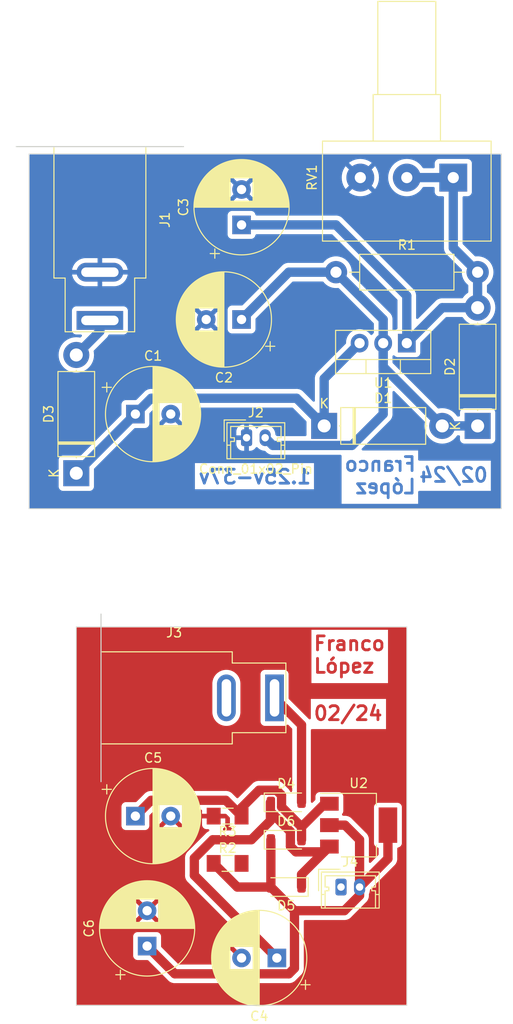
<source format=kicad_pcb>
(kicad_pcb (version 20221018) (generator pcbnew)
  (layers (0 "F.Cu" signal) (31 "B.Cu" signal) (34 "B.Paste" user) (35 "F.Paste" user) (36 "B.SilkS" user "B.Silkscreen") (37 "F.SilkS" user "F.Silkscreen") (38 "B.Mask" user) (39 "F.Mask" user) (44 "Edge.Cuts" user))
  (net 0 "")
  (net 1 "Net-(D1-K)")
  (net 2 "GND")
  (net 3 "Net-(D1-A)")
  (net 4 "Net-(D2-A)")
  (net 5 "Net-(D3-A)")
  (net 6 "Net-(D4-K)")
  (net 7 "Earth")
  (net 8 "Net-(D6-A)")
  (net 9 "Net-(D5-A)")
  (net 10 "Net-(D4-A)")
  (footprint "Capacitor_THT:CP_Radial_D10.0mm_P3.80mm" (layer "F.Cu") (at 165.1 73.66 180)
    (fp_text reference "C2" (at 1.9 -6.25) (layer "F.SilkS"))
    (fp_text value "C_Polarized")
    (pad "1" thru_hole rect (at 0 0 180) (size 2 2) (drill 1) (layers "*.Cu" "*.Mask") (net 3 "Net-(D1-A)"))
    (pad "2" thru_hole circle (at 3.8 0 180) (size 2 2) (drill 1) (layers "*.Cu" "*.Mask") (net 2 "GND"))
  )
  (footprint "Package_TO_SOT_SMD:SOT-223-3_TabPin2" (layer "F.Cu") (at 177.7 127.97)
    (fp_text reference "U2" (at 0 -4.5) (layer "F.SilkS"))
    (fp_text value "LM317_SOT-223")
    (pad "1" smd rect (at -3.15 -2.3) (size 2 1.5) (layers "F.Cu" "F.Paste" "F.Mask") (net 8 "Net-(D6-A)"))
    (pad "2" smd rect (at -3.15 0) (size 2 1.5) (layers "F.Cu" "F.Paste" "F.Mask") (net 9 "Net-(D5-A)"))
    (pad "2" smd rect (at 3.15 0) (size 2 3.8) (layers "F.Cu" "F.Paste" "F.Mask") (net 9 "Net-(D5-A)"))
    (pad "3" smd rect (at -3.15 2.3) (size 2 1.5) (layers "F.Cu" "F.Paste" "F.Mask") (net 6 "Net-(D4-K)"))
  )
  (footprint "Resistor_SMD:R_MiniMELF_MMA-0204" (layer "F.Cu") (at 163.6 127 180)
    (fp_text reference "R3" (at 0 -1.65) (layer "F.SilkS"))
    (fp_text value "240")
    (pad "1" smd rect (at -1.5 0 180) (size 1.5 1.8) (layers "F.Cu" "F.Paste" "F.Mask") (net 8 "Net-(D6-A)"))
    (pad "2" smd rect (at 1.5 0 180) (size 1.5 1.8) (layers "F.Cu" "F.Paste" "F.Mask") (net 7 "Earth"))
  )
  (footprint "Resistor_SMD:R_MiniMELF_MMA-0204" (layer "F.Cu") (at 163.6 132.08)
    (fp_text reference "R2" (at 0 -1.65) (layer "F.SilkS"))
    (fp_text value "240")
    (pad "1" smd rect (at -1.5 0) (size 1.5 1.8) (layers "F.Cu" "F.Paste" "F.Mask") (net 9 "Net-(D5-A)"))
    (pad "2" smd rect (at 1.5 0) (size 1.5 1.8) (layers "F.Cu" "F.Paste" "F.Mask") (net 8 "Net-(D6-A)"))
  )
  (footprint "Connector_Molex:Molex_Micro-Latch_53253-0270_1x02_P2.00mm_Vertical" (layer "F.Cu") (at 175.8 134.62)
    (fp_text reference "J4" (at 1 -2.7) (layer "F.SilkS"))
    (fp_text value "Conn_01x02_Pin")
    (pad "1" thru_hole roundrect (at 0 0) (size 1.2 1.8) (drill 0.8) (layers "*.Cu" "*.Mask") (roundrect_rratio 0.208333) (net 2 "GND"))
    (pad "2" thru_hole oval (at 2 0) (size 1.2 1.8) (drill 0.8) (layers "*.Cu" "*.Mask") (net 9 "Net-(D5-A)"))
  )
  (footprint "Diode_SMD:D_SOD-123" (layer "F.Cu") (at 169.905 134.62 180)
    (fp_text reference "D5" (at 0 -2) (layer "F.SilkS"))
    (fp_text value "D")
    (pad "1" smd roundrect (at -1.65 0 180) (size 0.9 1.2) (layers "F.Cu" "F.Paste" "F.Mask") (net 6 "Net-(D4-K)"))
    (pad "2" smd roundrect (at 1.65 0 180) (size 0.9 1.2) (layers "F.Cu" "F.Paste" "F.Mask") (net 9 "Net-(D5-A)"))
  )
  (footprint "Connector_BarrelJack:BarrelJack_SwitchcraftConxall_RAPC10U_Horizontal" (layer "F.Cu") (at 168.65 114.3)
    (fp_text reference "J3" (at -10.8 -7) (layer "F.SilkS"))
    (fp_text value "Jack-DC")
    (fp_line (start -18.67 -9) (end -18.67 9) (stroke (width 0.12)) (layer "Edge.Cuts"))
    (pad "1" thru_hole rect (at 0 0) (size 2.02 5.02) (drill oval 1.02 4.02) (layers "*.Cu" "*.Mask") (net 10 "Net-(D4-A)"))
    (pad "2" thru_hole oval (at -5.18 0) (size 2.02 5.02) (drill oval 1.02 4.02) (layers "*.Cu" "*.Mask") (net 2 "GND"))
  )
  (footprint "Capacitor_THT:CP_Radial_D10.0mm_P3.80mm" (layer "F.Cu") (at 154.94 140.96 90)
    (fp_text reference "C6" (at 1.9 -6.25 90) (layer "F.SilkS"))
    (fp_text value "C_Polarized")
    (pad "1" thru_hole rect (at 0 0 90) (size 2 2) (drill 1) (layers "*.Cu" "*.Mask") (net 9 "Net-(D5-A)"))
    (pad "2" thru_hole circle (at 3.8 0 90) (size 2 2) (drill 1) (layers "*.Cu" "*.Mask") (net 7 "Earth"))
  )
  (footprint "Diode_THT:D_5W_P12.70mm_Horizontal" (layer "F.Cu") (at 147.32 90.17 90)
    (fp_text reference "D3" (at 6.35 -2.97 90) (layer "F.SilkS"))
    (fp_text value "D")
    (fp_text user "K" (at 0 -2.4 90) (layer "F.SilkS"))
    (pad "1" thru_hole rect (at 0 0 90) (size 2.8 2.8) (drill 1.4) (layers "*.Cu" "*.Mask") (net 1 "Net-(D1-K)"))
    (pad "2" thru_hole oval (at 12.7 0 90) (size 2.8 2.8) (drill 1.4) (layers "*.Cu" "*.Mask") (net 5 "Net-(D3-A)"))
  )
  (footprint "Resistor_THT:R_Axial_DIN0411_L9.9mm_D3.6mm_P15.24mm_Horizontal" (layer "F.Cu") (at 175.26 68.58)
    (fp_text reference "R1" (at 7.62 -2.92) (layer "F.SilkS"))
    (fp_text value "240")
    (pad "1" thru_hole circle (at 0 0) (size 2.4 2.4) (drill 1.2) (layers "*.Cu" "*.Mask") (net 3 "Net-(D1-A)"))
    (pad "2" thru_hole oval (at 15.24 0) (size 2.4 2.4) (drill 1.2) (layers "*.Cu" "*.Mask") (net 4 "Net-(D2-A)"))
  )
  (footprint "Diode_SMD:D_SOD-123" (layer "F.Cu") (at 169.905 125.52)
    (fp_text reference "D4" (at 0 -2) (layer "F.SilkS"))
    (fp_text value "D")
    (pad "1" smd roundrect (at -1.65 0) (size 0.9 1.2) (layers "F.Cu" "F.Paste" "F.Mask") (net 6 "Net-(D4-K)"))
    (pad "2" smd roundrect (at 1.65 0) (size 0.9 1.2) (layers "F.Cu" "F.Paste" "F.Mask") (net 10 "Net-(D4-A)"))
  )
  (footprint "Capacitor_THT:CP_Radial_D10.0mm_P3.80mm" (layer "F.Cu") (at 165.1 63.5 90)
    (fp_text reference "C3" (at 1.9 -6.25 90) (layer "F.SilkS"))
    (fp_text value "C_Polarized")
    (pad "1" thru_hole rect (at 0 0 90) (size 2 2) (drill 1) (layers "*.Cu" "*.Mask") (net 4 "Net-(D2-A)"))
    (pad "2" thru_hole circle (at 3.8 0 90) (size 2 2) (drill 1) (layers "*.Cu" "*.Mask") (net 2 "GND"))
  )
  (footprint "Package_TO_SOT_THT:TO-220-3_Vertical" (layer "F.Cu") (at 182.88 76.2 180)
    (fp_text reference "U1" (at 2.54 -4.27) (layer "F.SilkS"))
    (fp_text value "LM317_TO-220")
    (pad "1" thru_hole rect (at 0 0 180) (size 1.905 2) (drill 1.1) (layers "*.Cu" "*.Mask") (net 4 "Net-(D2-A)"))
    (pad "2" thru_hole oval (at 2.54 0 180) (size 1.905 2) (drill 1.1) (layers "*.Cu" "*.Mask") (net 3 "Net-(D1-A)"))
    (pad "3" thru_hole oval (at 5.08 0 180) (size 1.905 2) (drill 1.1) (layers "*.Cu" "*.Mask") (net 1 "Net-(D1-K)"))
  )
  (footprint "Potentiometer_THT:Potentiometer_Alps_RK163_Single_Horizontal" (layer "F.Cu") (at 187.88 58.42 -90)
    (fp_text reference "RV1" (at 0 15.2 90) (layer "F.SilkS"))
    (fp_text value "R_Potentiometer")
    (pad "1" thru_hole rect (at 0 0 90) (size 3 3) (drill 1.2) (layers "*.Cu" "*.Mask") (net 4 "Net-(D2-A)"))
    (pad "2" thru_hole circle (at 0 5 90) (size 3 3) (drill 1.2) (layers "*.Cu" "*.Mask") (net 4 "Net-(D2-A)"))
    (pad "3" thru_hole circle (at 0 10 90) (size 3 3) (drill 1.2) (layers "*.Cu" "*.Mask") (net 2 "GND"))
  )
  (footprint "Diode_SMD:D_SOD-123" (layer "F.Cu") (at 169.905 129.54)
    (fp_text reference "D6" (at 0 -2) (layer "F.SilkS"))
    (fp_text value "D")
    (pad "1" smd roundrect (at -1.65 0) (size 0.9 1.2) (layers "F.Cu" "F.Paste" "F.Mask") (net 9 "Net-(D5-A)"))
    (pad "2" smd roundrect (at 1.65 0) (size 0.9 1.2) (layers "F.Cu" "F.Paste" "F.Mask") (net 8 "Net-(D6-A)"))
  )
  (footprint "Diode_THT:D_5W_P12.70mm_Horizontal" (layer "F.Cu") (at 173.99 85.09)
    (fp_text reference "D1" (at 6.35 -2.97) (layer "F.SilkS"))
    (fp_text value "D")
    (fp_text user "K" (at 0 -2.4) (layer "F.SilkS"))
    (pad "1" thru_hole rect (at 0 0) (size 2.8 2.8) (drill 1.4) (layers "*.Cu" "*.Mask") (net 1 "Net-(D1-K)"))
    (pad "2" thru_hole oval (at 12.7 0) (size 2.8 2.8) (drill 1.4) (layers "*.Cu" "*.Mask") (net 3 "Net-(D1-A)"))
  )
  (footprint "Capacitor_THT:CP_Radial_D10.0mm_P3.80mm" (layer "F.Cu") (at 153.68 83.82)
    (fp_text reference "C1" (at 1.9 -6.25) (layer "F.SilkS"))
    (fp_text value "C_Polarized")
    (pad "1" thru_hole rect (at 0 0) (size 2 2) (drill 1) (layers "*.Cu" "*.Mask") (net 1 "Net-(D1-K)"))
    (pad "2" thru_hole circle (at 3.8 0) (size 2 2) (drill 1) (layers "*.Cu" "*.Mask") (net 2 "GND"))
  )
  (footprint "Connector_BarrelJack:BarrelJack_SwitchcraftConxall_RAPC10U_Horizontal" (layer "F.Cu") (at 149.86 73.76 -90)
    (fp_text reference "J1" (at -10.8 -7 90) (layer "F.SilkS"))
    (fp_text value "Jack-DC")
    (fp_line (start -18.67 -9) (end -18.67 9) (stroke (width 0.12)) (layer "Edge.Cuts"))
    (pad "1" thru_hole rect (at 0 0 270) (size 2.02 5.02) (drill oval 1.02 4.02) (layers "*.Cu" "*.Mask") (net 5 "Net-(D3-A)"))
    (pad "2" thru_hole oval (at -5.18 0 270) (size 2.02 5.02) (drill oval 1.02 4.02) (layers "*.Cu" "*.Mask") (net 2 "GND"))
  )
  (footprint "Capacitor_THT:CP_Radial_D10.0mm_P3.80mm" (layer "F.Cu") (at 153.68 127)
    (fp_text reference "C5" (at 1.9 -6.25) (layer "F.SilkS"))
    (fp_text value "C_Polarized")
    (pad "1" thru_hole rect (at 0 0) (size 2 2) (drill 1) (layers "*.Cu" "*.Mask") (net 8 "Net-(D6-A)"))
    (pad "2" thru_hole circle (at 3.8 0) (size 2 2) (drill 1) (layers "*.Cu" "*.Mask") (net 7 "Earth"))
  )
  (footprint "Connector_Molex:Molex_Micro-Latch_53253-0270_1x02_P2.00mm_Vertical" (layer "F.Cu") (at 165.64 86.36)
    (fp_text reference "J2" (at 1 -2.7) (layer "F.SilkS"))
    (fp_text value "Conn_01x02_Pin" (at 1 3.35) (layer "F.SilkS"))
    (pad "1" thru_hole roundrect (at 0 0) (size 1.2 1.8) (drill 0.8) (layers "*.Cu" "*.Mask") (roundrect_rratio 0.208333) (net 2 "GND"))
    (pad "2" thru_hole oval (at 2 0) (size 1.2 1.8) (drill 0.8) (layers "*.Cu" "*.Mask") (net 3 "Net-(D1-A)"))
  )
  (footprint "Diode_THT:D_5W_P12.70mm_Horizontal" (layer "F.Cu") (at 190.5 85.09 90)
    (fp_text reference "D2" (at 6.35 -2.97 90) (layer "F.SilkS"))
    (fp_text value "D")
    (fp_text user "K" (at 0 -2.4 90) (layer "F.SilkS"))
    (pad "1" thru_hole rect (at 0 0 90) (size 2.8 2.8) (drill 1.4) (layers "*.Cu" "*.Mask") (net 3 "Net-(D1-A)"))
    (pad "2" thru_hole oval (at 12.7 0 90) (size 2.8 2.8) (drill 1.4) (layers "*.Cu" "*.Mask") (net 4 "Net-(D2-A)"))
  )
  (footprint "Capacitor_THT:CP_Radial_D10.0mm_P3.80mm" (layer "F.Cu") (at 168.9 142.24 180)
    (fp_text reference "C4" (at 1.9 -6.25) (layer "F.SilkS"))
    (fp_text value "C_Polarized")
    (pad "1" thru_hole rect (at 0 0 180) (size 2 2) (drill 1) (layers "*.Cu" "*.Mask") (net 6 "Net-(D4-K)"))
    (pad "2" thru_hole circle (at 3.8 0 180) (size 2 2) (drill 1) (layers "*.Cu" "*.Mask") (net 7 "Earth"))
  )
  (gr_rect (start 147.32 106.68) (end 182.88 147.32) (stroke (width 0.1)) (fill none) (layer "Edge.Cuts"))
  (gr_rect (start 142.24 55.88) (end 193.04 93.98) (stroke (width 0.1)) (fill none) (layer "Edge.Cuts"))
  (gr_text "02/24\n" (at 172.72 116.84) (layer "F.Cu") (effects (font (size 1.5 1.5) (thickness 0.3) bold) (justify left bottom)))
  (gr_text "Franco\nLópez\n" (at 172.72 111.76) (layer "F.Cu") (effects (font (size 1.5 1.5) (thickness 0.3) bold) (justify left bottom)))
  (gr_text "02/24" (at 191.75 91.25) (layer "B.Cu") (effects (font (size 1.5 1.5) (thickness 0.3) bold) (justify left bottom mirror)))
  (gr_text "1.25v-37v" (at 172.72 91.44) (layer "B.Cu") (effects (font (size 1.5 1.5) (thickness 0.3) bold) (justify left bottom mirror)))
  (gr_text "Franco\nLópez" (at 184 92.5) (layer "B.Cu") (effects (font (size 1.5 1.5) (thickness 0.3) bold) (justify left bottom mirror)))
  (segment (start 155.38 82.12) (end 171.02 82.12) (width 1) (layer "B.Cu") (net 1))
  (segment (start 153.68 83.82) (end 155.38 82.12) (width 1) (layer "B.Cu") (net 1))
  (segment (start 147.33 90.17) (end 153.68 83.82) (width 1) (layer "B.Cu") (net 1))
  (segment (start 173.99 85.09) (end 173.99 80.01) (width 1) (layer "B.Cu") (net 1))
  (segment (start 173.99 80.01) (end 177.8 76.2) (width 1) (layer "B.Cu") (net 1))
  (segment (start 147.32 90.17) (end 147.33 90.17) (width 1) (layer "B.Cu") (net 1))
  (segment (start 171.02 82.12) (end 173.99 85.09) (width 1) (layer "B.Cu") (net 1))
  (segment (start 180.34 73.66) (end 175.26 68.58) (width 1) (layer "B.Cu") (net 3))
  (segment (start 186.69 85.09) (end 180.34 78.74) (width 1) (layer "B.Cu") (net 3))
  (segment (start 176.97 87.19) (end 180.34 83.82) (width 1) (layer "B.Cu") (net 3))
  (segment (start 170.18 68.58) (end 165.1 73.66) (width 1) (layer "B.Cu") (net 3))
  (segment (start 180.34 76.2) (end 180.34 73.66) (width 1) (layer "B.Cu") (net 3))
  (segment (start 180.34 78.74) (end 180.34 76.2) (width 1) (layer "B.Cu") (net 3))
  (segment (start 168.47 87.19) (end 176.97 87.19) (width 1) (layer "B.Cu") (net 3))
  (segment (start 190.5 85.09) (end 186.69 85.09) (width 1) (layer "B.Cu") (net 3))
  (segment (start 167.64 86.36) (end 168.47 87.19) (width 1) (layer "B.Cu") (net 3))
  (segment (start 180.34 83.82) (end 180.34 76.2) (width 1) (layer "B.Cu") (net 3))
  (segment (start 175.26 68.58) (end 170.18 68.58) (width 1) (layer "B.Cu") (net 3))
  (segment (start 190.5 72.39) (end 186.69 72.39) (width 1) (layer "B.Cu") (net 4))
  (segment (start 187.88 58.42) (end 182.88 58.42) (width 1) (layer "B.Cu") (net 4))
  (segment (start 182.88 71.12) (end 175.26 63.5) (width 1) (layer "B.Cu") (net 4))
  (segment (start 182.88 76.2) (end 182.88 71.12) (width 1) (layer "B.Cu") (net 4))
  (segment (start 187.88 65.96) (end 190.5 68.58) (width 1) (layer "B.Cu") (net 4))
  (segment (start 190.5 68.58) (end 190.5 72.39) (width 1) (layer "B.Cu") (net 4))
  (segment (start 175.26 63.5) (end 165.1 63.5) (width 1) (layer "B.Cu") (net 4))
  (segment (start 186.69 72.39) (end 182.88 76.2) (width 1) (layer "B.Cu") (net 4))
  (segment (start 187.88 58.42) (end 187.88 65.96) (width 1) (layer "B.Cu") (net 4))
  (segment (start 149.86 74.93) (end 147.32 77.47) (width 1) (layer "B.Cu") (net 5))
  (segment (start 149.86 73.76) (end 149.86 74.93) (width 1) (layer "B.Cu") (net 5))
  (segment (start 173.98 130.84) (end 174.55 130.27) (width 1) (layer "F.Cu") (net 6))
  (segment (start 171.555 134.62) (end 171.555 133.265) (width 1) (layer "F.Cu") (net 6))
  (segment (start 171.555 133.265) (end 174.55 130.27) (width 1) (layer "F.Cu") (net 6))
  (segment (start 170.355 130.248148) (end 170.946852 130.84) (width 1) (layer "F.Cu") (net 6))
  (segment (start 162.00005 129.54) (end 166.152944 129.54) (width 1) (layer "F.Cu") (net 6))
  (segment (start 168.205 127.487944) (end 168.205 126.512056) (width 1) (layer "F.Cu") (net 6))
  (segment (start 170.946852 130.84) (end 173.98 130.84) (width 1) (layer "F.Cu") (net 6))
  (segment (start 170.355 128.662056) (end 170.355 130.248148) (width 1) (layer "F.Cu") (net 6))
  (segment (start 168.9 142.24) (end 160.02 133.36) (width 1) (layer "F.Cu") (net 6))
  (segment (start 160.02 133.36) (end 160.02 131.52005) (width 1) (layer "F.Cu") (net 6))
  (segment (start 168.205 126.512056) (end 168.205 125.52) (width 1) (layer "F.Cu") (net 6))
  (segment (start 166.152944 129.54) (end 168.205 127.487944) (width 1) (layer "F.Cu") (net 6))
  (segment (start 168.205 126.512056) (end 170.355 128.662056) (width 1) (layer "F.Cu") (net 6))
  (segment (start 160.02 131.52005) (end 162.00005 129.54) (width 1) (layer "F.Cu") (net 6))
  (segment (start 169.405 124.761852) (end 169.405 126.015) (width 1) (layer "F.Cu") (net 8))
  (segment (start 155.38 125.3) (end 163.4 125.3) (width 1) (layer "F.Cu") (net 8))
  (segment (start 168.863148 124.22) (end 169.405 124.761852) (width 1) (layer "F.Cu") (net 8))
  (segment (start 166.98 124.22) (end 168.863148 124.22) (width 1) (layer "F.Cu") (net 8))
  (segment (start 165.1 127) (end 165.1 126.1) (width 1) (layer "F.Cu") (net 8))
  (segment (start 153.68 127) (end 155.38 125.3) (width 1) (layer "F.Cu") (net 8))
  (segment (start 169.405 126.015) (end 171.555 128.165) (width 1) (layer "F.Cu") (net 8))
  (segment (start 171.555 128.165) (end 171.555 129.54) (width 1) (layer "F.Cu") (net 8))
  (segment (start 163.4 125.3) (end 165.1 127) (width 1) (layer "F.Cu") (net 8))
  (segment (start 174.05 125.67) (end 171.555 128.165) (width 1) (layer "F.Cu") (net 8))
  (segment (start 165.1 126.1) (end 166.98 124.22) (width 1) (layer "F.Cu") (net 8))
  (segment (start 174.55 125.67) (end 174.05 125.67) (width 1) (layer "F.Cu") (net 8))
  (segment (start 168.255 129.54) (end 168.255 134.62) (width 1) (layer "F.Cu") (net 9))
  (segment (start 168.255 134.62) (end 170.795 137.16) (width 1) (layer "F.Cu") (net 9))
  (segment (start 177.8 135.52) (end 177.8 134.62) (width 1) (layer "F.Cu") (net 9))
  (segment (start 180.85 131.57) (end 177.8 134.62) (width 1) (layer "F.Cu") (net 9))
  (segment (start 176.23 127.97) (end 177.8 129.54) (width 1) (layer "F.Cu") (net 9))
  (segment (start 170.795 137.16) (end 176.16 137.16) (width 1) (layer "F.Cu") (net 9))
  (segment (start 180.85 127.97) (end 180.85 131.57) (width 1) (layer "F.Cu") (net 9))
  (segment (start 174.55 127.97) (end 176.23 127.97) (width 1) (layer "F.Cu") (net 9))
  (segment (start 154.94 140.96) (end 157.92 143.94) (width 1) (layer "F.Cu") (net 9))
  (segment (start 176.16 137.16) (end 177.8 135.52) (width 1) (layer "F.Cu") (net 9))
  (segment (start 162.1 132.08) (end 164.64 134.62) (width 1) (layer "F.Cu") (net 9))
  (segment (start 170.795 143.33495) (end 170.795 137.16) (width 1) (layer "F.Cu") (net 9))
  (segment (start 157.92 143.94) (end 170.18995 143.94) (width 1) (layer "F.Cu") (net 9))
  (segment (start 170.18995 143.94) (end 170.795 143.33495) (width 1) (layer "F.Cu") (net 9))
  (segment (start 164.64 134.62) (end 168.255 134.62) (width 1) (layer "F.Cu") (net 9))
  (segment (start 177.8 129.54) (end 177.8 134.62) (width 1) (layer "F.Cu") (net 9))
  (segment (start 171.555 117.205) (end 168.65 114.3) (width 1) (layer "F.Cu") (net 10))
  (segment (start 171.555 125.52) (end 171.555 117.205) (width 1) (layer "F.Cu") (net 10))
  (zone (net 7) (net_name "Earth") (layer "F.Cu") (priority 1) (connect_pads (clearance 0.5)) (min_thickness 0.25) (fill yes (thermal_gap 0.5) (thermal_bridge_width 0.5))
    (polygon (pts (xy 147.32 106.68) (xy 182.88 106.68) (xy 182.88 147.32) (xy 147.32 147.32)))
  )
  (zone (net 2) (net_name "GND") (layer "B.Cu") (connect_pads (clearance 0.5)) (min_thickness 0.25) (fill yes (thermal_gap 0.5) (thermal_bridge_width 0.5))
    (polygon (pts (xy 142.24 55.88) (xy 193.04 55.88) (xy 193.04 93.98) (xy 142.24 93.98)))
  )
)
</source>
